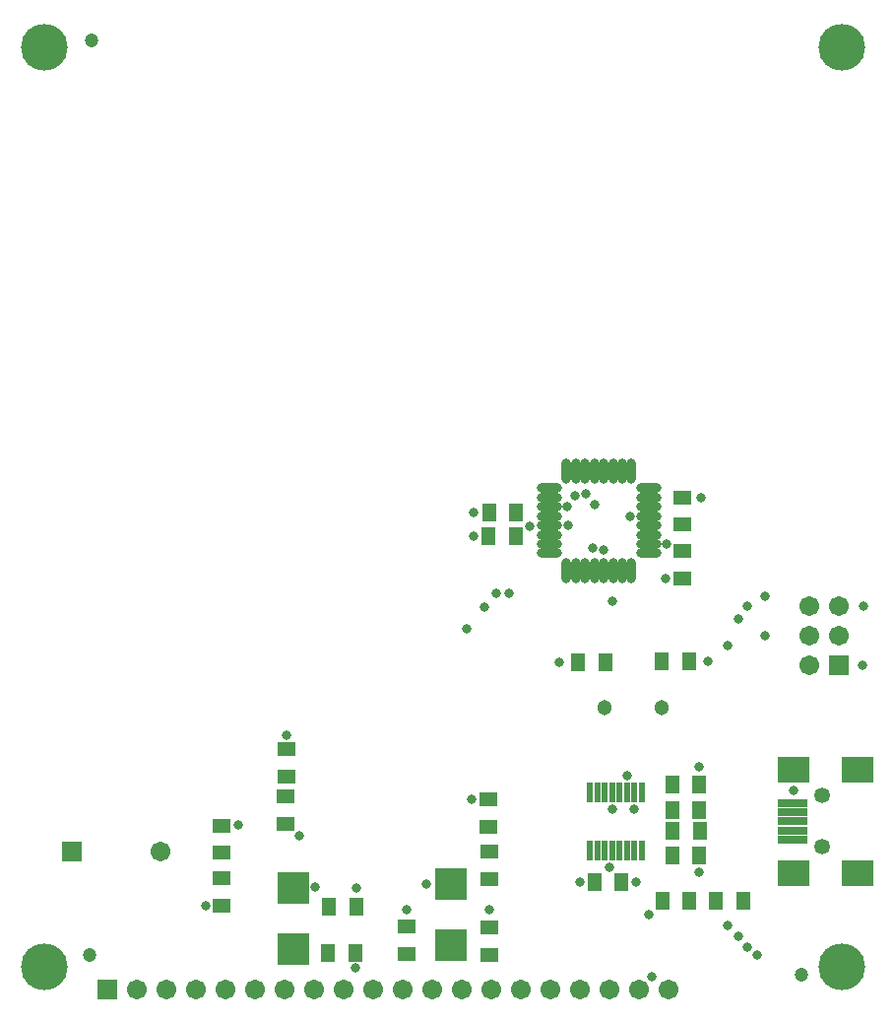
<source format=gts>
%FSLAX25Y25*%
%MOIN*%
G70*
G01*
G75*
G04 Layer_Color=8388736*
%ADD10R,0.04134X0.05118*%
%ADD11R,0.05118X0.04134*%
%ADD12R,0.10000X0.10000*%
%ADD13R,0.09055X0.01969*%
%ADD14R,0.09843X0.07874*%
%ADD15O,0.02362X0.07677*%
%ADD16O,0.07677X0.02362*%
%ADD17R,0.01400X0.06000*%
%ADD18C,0.03937*%
%ADD19C,0.01500*%
%ADD20C,0.03000*%
%ADD21C,0.01000*%
%ADD22R,0.05906X0.05906*%
%ADD23C,0.05906*%
%ADD24R,0.05906X0.05906*%
%ADD25C,0.05906*%
%ADD26C,0.04331*%
%ADD27R,0.05906X0.05906*%
%ADD28C,0.04500*%
%ADD29C,0.15000*%
%ADD30C,0.02400*%
%ADD31C,0.00787*%
%ADD32C,0.02000*%
%ADD33C,0.02362*%
%ADD34C,0.00984*%
%ADD35C,0.00200*%
%ADD36C,0.00800*%
%ADD37C,0.01200*%
%ADD38C,0.00591*%
%ADD39R,0.03607X0.07933*%
%ADD40R,0.04934X0.05918*%
%ADD41R,0.05918X0.04934*%
%ADD42R,0.10800X0.10800*%
%ADD43R,0.09855X0.02769*%
%ADD44R,0.10642X0.08674*%
%ADD45O,0.03162X0.08477*%
%ADD46O,0.08477X0.03162*%
%ADD47R,0.02200X0.06800*%
%ADD48C,0.04737*%
%ADD49R,0.06706X0.06706*%
%ADD50C,0.06706*%
%ADD51R,0.06706X0.06706*%
%ADD52C,0.06706*%
%ADD53C,0.05131*%
%ADD54R,0.06706X0.06706*%
%ADD55C,0.05300*%
%ADD56C,0.15800*%
%ADD57C,0.03200*%
D40*
X336701Y152792D02*
D03*
X327449D02*
D03*
X336704Y176683D02*
D03*
X327452D02*
D03*
X310377Y143905D02*
D03*
X301125D02*
D03*
X265295Y260882D02*
D03*
X274547D02*
D03*
X265421Y268810D02*
D03*
X274673D02*
D03*
X220243Y119894D02*
D03*
X210991D02*
D03*
X333067Y218428D02*
D03*
X323815D02*
D03*
X295512Y218196D02*
D03*
X304764D02*
D03*
X211352Y135451D02*
D03*
X220604D02*
D03*
X336740Y161230D02*
D03*
X327488D02*
D03*
X342383Y137548D02*
D03*
X351635D02*
D03*
X336683Y168207D02*
D03*
X327431D02*
D03*
X324095Y137500D02*
D03*
X333347D02*
D03*
D41*
X330723Y246554D02*
D03*
Y255806D02*
D03*
X330792Y273856D02*
D03*
Y264604D02*
D03*
X237604Y128739D02*
D03*
Y119487D02*
D03*
X175046Y135872D02*
D03*
Y145124D02*
D03*
X196666Y163398D02*
D03*
Y172650D02*
D03*
X265386Y171811D02*
D03*
Y162559D02*
D03*
X265421Y119013D02*
D03*
X265421Y128265D02*
D03*
X175021Y153648D02*
D03*
Y162900D02*
D03*
X196914Y179454D02*
D03*
Y188706D02*
D03*
X265401Y154141D02*
D03*
Y144889D02*
D03*
D42*
X199091Y121156D02*
D03*
Y141856D02*
D03*
X252399Y122330D02*
D03*
Y143030D02*
D03*
D43*
X368146Y170582D02*
D03*
Y167432D02*
D03*
Y164282D02*
D03*
Y161133D02*
D03*
Y157983D02*
D03*
D44*
X390193Y146763D02*
D03*
X368540D02*
D03*
X390193Y181802D02*
D03*
X368540D02*
D03*
D45*
X291645Y282683D02*
D03*
X294795Y282683D02*
D03*
X297945Y282683D02*
D03*
X301094D02*
D03*
X304244D02*
D03*
X307393D02*
D03*
X310543D02*
D03*
X313693D02*
D03*
X313693Y249219D02*
D03*
X310543D02*
D03*
X307393Y249219D02*
D03*
X304244Y249219D02*
D03*
X301094D02*
D03*
X297945D02*
D03*
X294795D02*
D03*
X291645D02*
D03*
D46*
X319402Y276975D02*
D03*
Y273825D02*
D03*
Y270676D02*
D03*
Y267526D02*
D03*
Y264376D02*
D03*
Y261227D02*
D03*
Y258077D02*
D03*
Y254928D02*
D03*
X285937D02*
D03*
Y258077D02*
D03*
Y261227D02*
D03*
Y264376D02*
D03*
Y267526D02*
D03*
Y270676D02*
D03*
Y273825D02*
D03*
Y276975D02*
D03*
D47*
X317057Y174039D02*
D03*
X314557D02*
D03*
X312057D02*
D03*
X309557D02*
D03*
X307057D02*
D03*
X304557Y174039D02*
D03*
X302057Y174039D02*
D03*
X299557D02*
D03*
Y154539D02*
D03*
X302057D02*
D03*
X304557D02*
D03*
X307057D02*
D03*
X309557D02*
D03*
X312057D02*
D03*
X314557D02*
D03*
X317057D02*
D03*
D48*
X130842Y428461D02*
D03*
X130103Y119018D02*
D03*
X371277Y112311D02*
D03*
D49*
X383869Y216935D02*
D03*
D50*
X373869D02*
D03*
X383869Y226935D02*
D03*
X373869D02*
D03*
X383869Y236935D02*
D03*
X373869D02*
D03*
X146075Y107355D02*
D03*
X156075D02*
D03*
X166075D02*
D03*
X176075D02*
D03*
X186075D02*
D03*
X196075D02*
D03*
X206075D02*
D03*
X216075D02*
D03*
X226075D02*
D03*
X236075D02*
D03*
X246075D02*
D03*
X256075D02*
D03*
X266075D02*
D03*
X276075D02*
D03*
X286075D02*
D03*
X296075D02*
D03*
X306075D02*
D03*
X316075D02*
D03*
X326075D02*
D03*
D51*
X124220Y153930D02*
D03*
D52*
X154220D02*
D03*
D53*
X323839Y202848D02*
D03*
X304627D02*
D03*
D54*
X136075Y107355D02*
D03*
D55*
X378382Y155621D02*
D03*
Y172944D02*
D03*
D56*
X385000Y425994D02*
D03*
X115000D02*
D03*
Y115000D02*
D03*
X385000D02*
D03*
D57*
X368398Y174724D02*
D03*
X265421Y134314D02*
D03*
X244192Y143030D02*
D03*
X237604Y134510D02*
D03*
X319493Y132899D02*
D03*
X306134Y148869D02*
D03*
X296363Y143905D02*
D03*
X315380D02*
D03*
X312057Y179837D02*
D03*
X314557Y168376D02*
D03*
X307057Y168267D02*
D03*
X339654Y218428D02*
D03*
X289212Y218196D02*
D03*
X392065Y236935D02*
D03*
X391921Y216935D02*
D03*
X359044Y226935D02*
D03*
Y240325D02*
D03*
X325183Y246554D02*
D03*
X337377Y273856D02*
D03*
X260275Y268810D02*
D03*
X260306Y260882D02*
D03*
X279086Y264247D02*
D03*
X292083Y264376D02*
D03*
X292039Y270676D02*
D03*
X313250Y267526D02*
D03*
X325535Y258077D02*
D03*
X272323Y241559D02*
D03*
X267768Y241368D02*
D03*
X298298Y274976D02*
D03*
X294518Y274574D02*
D03*
X301096Y271266D02*
D03*
X257985Y229345D02*
D03*
X264035Y236799D02*
D03*
X300425Y256632D02*
D03*
X304322Y256100D02*
D03*
X259616Y171811D02*
D03*
X336704Y182595D02*
D03*
X336701Y147195D02*
D03*
X320431Y111882D02*
D03*
X307197Y238614D02*
D03*
X346143Y128971D02*
D03*
X349764Y125375D02*
D03*
X353023Y121780D02*
D03*
Y236935D02*
D03*
X349764Y232723D02*
D03*
X346143Y223757D02*
D03*
X356160Y119080D02*
D03*
X220223Y114865D02*
D03*
X220691Y141594D02*
D03*
X206685Y142110D02*
D03*
X196964Y193440D02*
D03*
X201109Y159447D02*
D03*
X180622Y162925D02*
D03*
X169492Y135594D02*
D03*
M02*

</source>
